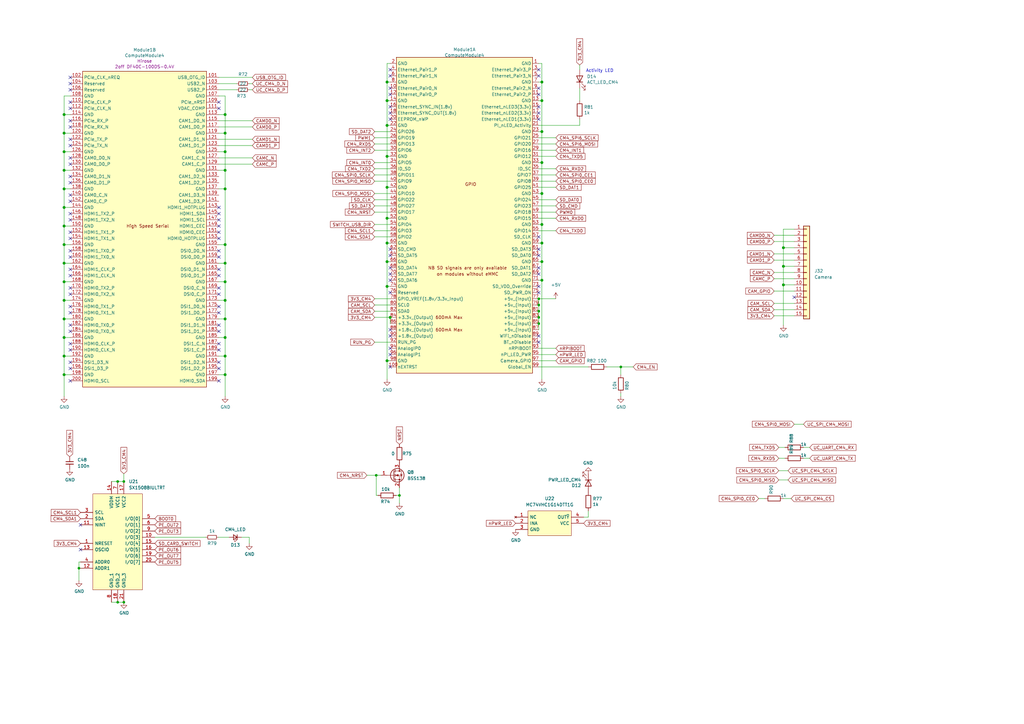
<source format=kicad_sch>
(kicad_sch (version 20211123) (generator eeschema)
  (paper "A3")
  (junction (at 92.329 130.81) (diameter 1.016))
  (junction (at 26.289 77.47) (diameter 1.016))
  (junction (at 158.75 64.135) (diameter 1.016))
  (junction (at 222.25 41.275) (diameter 1.016))
  (junction (at 158.75 51.435) (diameter 1.016))
  (junction (at 26.289 138.43) (diameter 1.016))
  (junction (at 158.75 117.475) (diameter 1.016))
  (junction (at 92.329 100.33) (diameter 1.016))
  (junction (at 321.31 116.84) (diameter 1.016))
  (junction (at 26.289 130.81) (diameter 1.016))
  (junction (at 220.98 130.175))
  (junction (at 222.25 79.375) (diameter 1.016))
  (junction (at 92.329 46.99) (diameter 1.016))
  (junction (at 26.289 69.85) (diameter 1.016))
  (junction (at 222.25 53.975) (diameter 1.016))
  (junction (at 48.26 247.015))
  (junction (at 26.289 46.99) (diameter 1.016))
  (junction (at 222.25 99.695) (diameter 1.016))
  (junction (at 158.75 41.275) (diameter 1.016))
  (junction (at 92.329 138.43) (diameter 1.016))
  (junction (at 26.289 85.09) (diameter 1.016))
  (junction (at 26.289 62.23) (diameter 1.016))
  (junction (at 222.25 33.655) (diameter 1.016))
  (junction (at 321.31 101.6) (diameter 1.016))
  (junction (at 220.98 127.635))
  (junction (at 32.385 233.045))
  (junction (at 26.289 123.19) (diameter 1.016))
  (junction (at 254.635 150.495))
  (junction (at 222.25 66.675) (diameter 1.016))
  (junction (at 92.329 69.85) (diameter 1.016))
  (junction (at 158.75 33.655) (diameter 1.016))
  (junction (at 158.75 76.835) (diameter 1.016))
  (junction (at 26.289 54.61) (diameter 1.016))
  (junction (at 92.329 115.57) (diameter 1.016))
  (junction (at 321.31 109.22) (diameter 1.016))
  (junction (at 158.75 147.955) (diameter 1.016))
  (junction (at 26.289 92.71) (diameter 1.016))
  (junction (at 220.98 122.555))
  (junction (at 158.75 99.695) (diameter 1.016))
  (junction (at 26.289 115.57) (diameter 1.016))
  (junction (at 92.329 153.67) (diameter 1.016))
  (junction (at 160.02 130.175) (diameter 1.016))
  (junction (at 222.25 92.075) (diameter 1.016))
  (junction (at 92.329 107.95) (diameter 1.016))
  (junction (at 26.289 107.95) (diameter 1.016))
  (junction (at 220.98 132.715))
  (junction (at 48.26 197.485))
  (junction (at 92.329 146.05) (diameter 1.016))
  (junction (at 92.329 54.61) (diameter 1.016))
  (junction (at 26.289 153.67) (diameter 1.016))
  (junction (at 50.8 197.485))
  (junction (at 158.75 89.535) (diameter 1.016))
  (junction (at 222.25 107.315) (diameter 1.016))
  (junction (at 154.305 194.945))
  (junction (at 220.98 125.095))
  (junction (at 158.75 107.315) (diameter 1.016))
  (junction (at 92.329 123.19) (diameter 1.016))
  (junction (at 92.329 77.47) (diameter 1.016))
  (junction (at 50.8 247.015))
  (junction (at 26.289 100.33) (diameter 1.016))
  (junction (at 26.289 146.05) (diameter 1.016))
  (junction (at 163.83 203.2))
  (junction (at 222.25 114.935) (diameter 1.016))
  (junction (at 92.329 62.23) (diameter 1.016))
  (no_connect (at 89.789 105.41))
  (no_connect (at 89.789 120.65))
  (no_connect (at 160.02 48.895))
  (no_connect (at 28.829 105.41))
  (no_connect (at 28.829 72.39))
  (no_connect (at 28.829 110.49))
  (no_connect (at 28.829 67.31))
  (no_connect (at 33.02 225.425))
  (no_connect (at 89.789 110.49))
  (no_connect (at 89.789 151.13))
  (no_connect (at 220.98 31.115))
  (no_connect (at 28.829 36.83))
  (no_connect (at 28.829 41.91))
  (no_connect (at 33.02 215.265))
  (no_connect (at 28.829 87.63))
  (no_connect (at 160.02 135.255))
  (no_connect (at 28.829 80.01))
  (no_connect (at 28.829 31.75))
  (no_connect (at 28.829 90.17))
  (no_connect (at 89.789 128.27))
  (no_connect (at 220.98 104.775))
  (no_connect (at 28.829 128.27))
  (no_connect (at 220.98 36.195))
  (no_connect (at 89.789 148.59))
  (no_connect (at 160.02 137.795))
  (no_connect (at 89.789 133.35))
  (no_connect (at 28.829 102.87))
  (no_connect (at 28.829 118.11))
  (no_connect (at 28.829 133.35))
  (no_connect (at 89.789 97.79))
  (no_connect (at 325.755 121.92))
  (no_connect (at 220.98 140.335))
  (no_connect (at 220.98 109.855))
  (no_connect (at 28.829 52.07))
  (no_connect (at 28.829 57.15))
  (no_connect (at 220.98 48.895))
  (no_connect (at 28.829 113.03))
  (no_connect (at 160.02 142.875))
  (no_connect (at 160.02 145.415))
  (no_connect (at 160.02 102.235))
  (no_connect (at 28.829 120.65))
  (no_connect (at 28.829 148.59))
  (no_connect (at 160.02 112.395))
  (no_connect (at 220.98 43.815))
  (no_connect (at 89.789 92.71))
  (no_connect (at 28.829 97.79))
  (no_connect (at 28.829 143.51))
  (no_connect (at 28.829 74.93))
  (no_connect (at 160.02 43.815))
  (no_connect (at 220.98 120.015))
  (no_connect (at 160.02 38.735))
  (no_connect (at 28.829 44.45))
  (no_connect (at 28.829 140.97))
  (no_connect (at 89.789 95.25))
  (no_connect (at 28.829 49.53))
  (no_connect (at 220.98 28.575))
  (no_connect (at 220.98 112.395))
  (no_connect (at 89.789 41.91))
  (no_connect (at 89.789 143.51))
  (no_connect (at 220.98 46.355))
  (no_connect (at 28.829 34.29))
  (no_connect (at 28.829 156.21))
  (no_connect (at 89.789 118.11))
  (no_connect (at 160.02 36.195))
  (no_connect (at 89.789 85.09))
  (no_connect (at 89.789 90.17))
  (no_connect (at 89.789 125.73))
  (no_connect (at 28.829 64.77))
  (no_connect (at 89.789 156.21))
  (no_connect (at 28.829 59.69))
  (no_connect (at 160.02 114.935))
  (no_connect (at 28.829 125.73))
  (no_connect (at 220.98 38.735))
  (no_connect (at 160.02 28.575))
  (no_connect (at 89.789 87.63))
  (no_connect (at 89.789 44.45))
  (no_connect (at 28.829 95.25))
  (no_connect (at 28.829 151.13))
  (no_connect (at 160.02 104.775))
  (no_connect (at 220.98 102.235))
  (no_connect (at 160.02 150.495))
  (no_connect (at 220.98 97.155))
  (no_connect (at 160.02 109.855))
  (no_connect (at 89.789 102.87))
  (no_connect (at 160.02 120.015))
  (no_connect (at 160.02 46.355))
  (no_connect (at 220.98 117.475))
  (no_connect (at 89.789 140.97))
  (no_connect (at 160.02 31.115))
  (no_connect (at 28.829 82.55))
  (no_connect (at 89.789 113.03))
  (no_connect (at 28.829 135.89))
  (no_connect (at 220.98 137.795))
  (no_connect (at 89.789 135.89))
  (wire (pts (xy 220.98 61.595) (xy 227.965 61.595)))
  (wire (pts (xy 220.98 125.095) (xy 220.98 127.635)))
  (wire (pts (xy 158.75 99.695) (xy 160.02 99.695)))
  (wire (pts (xy 153.67 86.995) (xy 160.02 86.995)))
  (wire (pts (xy 28.829 39.37) (xy 26.289 39.37)))
  (wire (pts (xy 92.329 77.47) (xy 92.329 69.85)))
  (wire (pts (xy 89.789 46.99) (xy 92.329 46.99)))
  (wire (pts (xy 222.25 114.935) (xy 222.25 155.575)))
  (wire (pts (xy 153.67 79.375) (xy 160.02 79.375)))
  (wire (pts (xy 317.5 106.68) (xy 325.755 106.68)))
  (wire (pts (xy 92.329 54.61) (xy 92.329 46.99)))
  (wire (pts (xy 220.98 56.515) (xy 227.965 56.515)))
  (wire (pts (xy 220.98 69.215) (xy 227.965 69.215)))
  (wire (pts (xy 319.405 193.04) (xy 323.215 193.04)))
  (wire (pts (xy 92.329 130.81) (xy 92.329 138.43)))
  (wire (pts (xy 153.67 130.175) (xy 160.02 130.175)))
  (wire (pts (xy 321.31 116.84) (xy 321.31 133.35)))
  (wire (pts (xy 248.92 150.495) (xy 254.635 150.495)))
  (wire (pts (xy 317.5 127) (xy 325.755 127)))
  (wire (pts (xy 89.789 54.61) (xy 92.329 54.61)))
  (wire (pts (xy 158.75 51.435) (xy 160.02 51.435)))
  (wire (pts (xy 163.83 200.025) (xy 163.83 203.2)))
  (wire (pts (xy 220.98 66.675) (xy 222.25 66.675)))
  (wire (pts (xy 92.329 77.47) (xy 92.329 100.33)))
  (wire (pts (xy 153.67 61.595) (xy 160.02 61.595)))
  (wire (pts (xy 26.289 138.43) (xy 26.289 146.05)))
  (wire (pts (xy 241.3 209.55) (xy 241.3 212.09)))
  (wire (pts (xy 26.289 138.43) (xy 28.829 138.43)))
  (wire (pts (xy 220.98 33.655) (xy 222.25 33.655)))
  (wire (pts (xy 220.98 59.055) (xy 227.965 59.055)))
  (wire (pts (xy 102.235 220.345) (xy 99.06 220.345)))
  (wire (pts (xy 89.789 146.05) (xy 92.329 146.05)))
  (wire (pts (xy 317.5 124.46) (xy 325.755 124.46)))
  (wire (pts (xy 89.789 62.23) (xy 92.329 62.23)))
  (wire (pts (xy 158.75 26.035) (xy 158.75 33.655)))
  (wire (pts (xy 26.289 54.61) (xy 28.829 54.61)))
  (wire (pts (xy 50.8 194.31) (xy 50.8 197.485)))
  (wire (pts (xy 153.67 84.455) (xy 160.02 84.455)))
  (wire (pts (xy 158.75 117.475) (xy 160.02 117.475)))
  (wire (pts (xy 103.505 49.53) (xy 89.789 49.53)))
  (wire (pts (xy 32.385 233.045) (xy 33.02 233.045)))
  (wire (pts (xy 153.67 122.555) (xy 160.02 122.555)))
  (wire (pts (xy 153.67 74.295) (xy 160.02 74.295)))
  (wire (pts (xy 158.75 107.315) (xy 158.75 117.475)))
  (wire (pts (xy 222.25 79.375) (xy 222.25 92.075)))
  (wire (pts (xy 26.289 130.81) (xy 28.829 130.81)))
  (wire (pts (xy 158.75 64.135) (xy 158.75 76.835)))
  (wire (pts (xy 26.289 107.95) (xy 28.829 107.95)))
  (wire (pts (xy 321.31 101.6) (xy 325.755 101.6)))
  (wire (pts (xy 317.5 99.06) (xy 325.755 99.06)))
  (wire (pts (xy 222.25 66.675) (xy 222.25 79.375)))
  (wire (pts (xy 26.289 153.67) (xy 26.289 162.56)))
  (wire (pts (xy 220.98 150.495) (xy 241.3 150.495)))
  (wire (pts (xy 92.329 69.85) (xy 92.329 62.23)))
  (wire (pts (xy 321.31 204.47) (xy 324.485 204.47)))
  (wire (pts (xy 325.755 173.99) (xy 329.565 173.99)))
  (wire (pts (xy 317.5 129.54) (xy 325.755 129.54)))
  (wire (pts (xy 26.289 123.19) (xy 28.829 123.19)))
  (wire (pts (xy 222.25 26.035) (xy 222.25 33.655)))
  (wire (pts (xy 153.67 59.055) (xy 160.02 59.055)))
  (wire (pts (xy 319.405 183.515) (xy 321.945 183.515)))
  (wire (pts (xy 220.98 145.415) (xy 227.965 145.415)))
  (wire (pts (xy 26.289 115.57) (xy 28.829 115.57)))
  (wire (pts (xy 158.75 147.955) (xy 158.75 155.575)))
  (wire (pts (xy 153.67 53.975) (xy 160.02 53.975)))
  (wire (pts (xy 103.505 34.29) (xy 102.235 34.29)))
  (wire (pts (xy 158.75 41.275) (xy 158.75 51.435)))
  (wire (pts (xy 26.289 100.33) (xy 26.289 107.95)))
  (wire (pts (xy 220.98 86.995) (xy 227.965 86.995)))
  (wire (pts (xy 220.98 114.935) (xy 222.25 114.935)))
  (wire (pts (xy 89.789 115.57) (xy 92.329 115.57)))
  (wire (pts (xy 254.635 161.29) (xy 254.635 162.56)))
  (wire (pts (xy 48.26 197.485) (xy 50.8 197.485)))
  (wire (pts (xy 153.67 94.615) (xy 160.02 94.615)))
  (wire (pts (xy 220.98 76.835) (xy 227.965 76.835)))
  (wire (pts (xy 158.75 76.835) (xy 160.02 76.835)))
  (wire (pts (xy 32.385 230.505) (xy 32.385 233.045)))
  (wire (pts (xy 103.505 36.83) (xy 102.235 36.83)))
  (wire (pts (xy 92.329 107.95) (xy 92.329 115.57)))
  (wire (pts (xy 222.25 33.655) (xy 222.25 41.275)))
  (wire (pts (xy 89.789 69.85) (xy 92.329 69.85)))
  (wire (pts (xy 153.67 71.755) (xy 160.02 71.755)))
  (wire (pts (xy 153.67 56.515) (xy 160.02 56.515)))
  (wire (pts (xy 153.67 92.075) (xy 160.02 92.075)))
  (wire (pts (xy 154.305 194.945) (xy 156.21 194.945)))
  (wire (pts (xy 220.98 26.035) (xy 222.25 26.035)))
  (wire (pts (xy 237.744 26.67) (xy 237.744 28.575)))
  (wire (pts (xy 222.25 92.075) (xy 222.25 99.695)))
  (wire (pts (xy 160.02 33.655) (xy 158.75 33.655)))
  (wire (pts (xy 158.75 117.475) (xy 158.75 147.955)))
  (wire (pts (xy 28.829 153.67) (xy 26.289 153.67)))
  (wire (pts (xy 89.789 100.33) (xy 92.329 100.33)))
  (wire (pts (xy 220.98 81.915) (xy 227.965 81.915)))
  (wire (pts (xy 220.98 147.955) (xy 227.965 147.955)))
  (wire (pts (xy 158.75 107.315) (xy 160.02 107.315)))
  (wire (pts (xy 153.67 66.675) (xy 160.02 66.675)))
  (wire (pts (xy 160.02 147.955) (xy 158.75 147.955)))
  (wire (pts (xy 26.289 123.19) (xy 26.289 130.81)))
  (wire (pts (xy 321.31 101.6) (xy 321.31 109.22)))
  (wire (pts (xy 160.02 26.035) (xy 158.75 26.035)))
  (wire (pts (xy 92.329 146.05) (xy 92.329 153.67)))
  (wire (pts (xy 321.31 93.98) (xy 321.31 101.6)))
  (wire (pts (xy 158.75 51.435) (xy 158.75 64.135)))
  (wire (pts (xy 26.289 69.85) (xy 28.829 69.85)))
  (wire (pts (xy 158.75 99.695) (xy 158.75 107.315)))
  (wire (pts (xy 222.25 99.695) (xy 222.25 107.315)))
  (wire (pts (xy 89.789 123.19) (xy 92.329 123.19)))
  (wire (pts (xy 26.289 77.47) (xy 26.289 85.09)))
  (wire (pts (xy 26.289 46.99) (xy 28.829 46.99)))
  (wire (pts (xy 153.67 69.215) (xy 160.02 69.215)))
  (wire (pts (xy 89.789 107.95) (xy 92.329 107.95)))
  (wire (pts (xy 45.72 247.015) (xy 48.26 247.015)))
  (wire (pts (xy 329.565 183.515) (xy 332.105 183.515)))
  (wire (pts (xy 220.98 94.615) (xy 227.965 94.615)))
  (wire (pts (xy 26.289 115.57) (xy 26.289 123.19)))
  (wire (pts (xy 26.289 107.95) (xy 26.289 115.57)))
  (wire (pts (xy 92.329 115.57) (xy 92.329 123.19)))
  (wire (pts (xy 32.385 238.125) (xy 32.385 233.045)))
  (wire (pts (xy 103.505 57.15) (xy 89.789 57.15)))
  (wire (pts (xy 162.56 203.2) (xy 163.83 203.2)))
  (wire (pts (xy 26.289 77.47) (xy 28.829 77.47)))
  (wire (pts (xy 89.535 220.345) (xy 93.98 220.345)))
  (wire (pts (xy 317.5 111.76) (xy 325.755 111.76)))
  (wire (pts (xy 158.75 64.135) (xy 160.02 64.135)))
  (wire (pts (xy 220.98 74.295) (xy 227.965 74.295)))
  (wire (pts (xy 92.329 153.67) (xy 92.329 162.56)))
  (wire (pts (xy 26.289 100.33) (xy 28.829 100.33)))
  (wire (pts (xy 241.3 212.09) (xy 239.395 212.09)))
  (wire (pts (xy 92.329 100.33) (xy 92.329 107.95)))
  (wire (pts (xy 222.25 107.315) (xy 222.25 114.935)))
  (wire (pts (xy 163.83 203.2) (xy 163.83 206.375)))
  (wire (pts (xy 89.789 67.31) (xy 103.505 67.31)))
  (wire (pts (xy 92.329 123.19) (xy 92.329 130.81)))
  (wire (pts (xy 89.789 130.81) (xy 92.329 130.81)))
  (wire (pts (xy 311.15 204.47) (xy 313.69 204.47)))
  (wire (pts (xy 26.289 85.09) (xy 26.289 92.71)))
  (wire (pts (xy 220.98 127.635) (xy 220.98 130.175)))
  (wire (pts (xy 103.505 31.75) (xy 89.789 31.75)))
  (wire (pts (xy 26.289 46.99) (xy 26.289 54.61)))
  (wire (pts (xy 26.289 62.23) (xy 28.829 62.23)))
  (wire (pts (xy 89.789 36.83) (xy 97.155 36.83)))
  (wire (pts (xy 103.505 59.69) (xy 89.789 59.69)))
  (wire (pts (xy 254.635 150.495) (xy 259.715 150.495)))
  (wire (pts (xy 332.105 187.96) (xy 329.565 187.96)))
  (wire (pts (xy 153.67 140.335) (xy 160.02 140.335)))
  (wire (pts (xy 28.829 146.05) (xy 26.289 146.05)))
  (wire (pts (xy 26.289 130.81) (xy 26.289 138.43)))
  (wire (pts (xy 222.25 41.275) (xy 222.25 53.975)))
  (wire (pts (xy 26.289 146.05) (xy 26.289 153.67)))
  (wire (pts (xy 89.789 138.43) (xy 92.329 138.43)))
  (wire (pts (xy 48.26 247.015) (xy 50.8 247.015)))
  (wire (pts (xy 227.965 122.555) (xy 220.98 122.555)))
  (wire (pts (xy 220.98 53.975) (xy 222.25 53.975)))
  (wire (pts (xy 317.5 114.3) (xy 325.755 114.3)))
  (wire (pts (xy 254.635 150.495) (xy 254.635 153.67)))
  (wire (pts (xy 153.67 97.155) (xy 160.02 97.155)))
  (wire (pts (xy 158.75 89.535) (xy 160.02 89.535)))
  (wire (pts (xy 220.98 84.455) (xy 227.965 84.455)))
  (wire (pts (xy 220.98 41.275) (xy 222.25 41.275)))
  (wire (pts (xy 92.329 46.99) (xy 92.329 39.37)))
  (wire (pts (xy 32.385 230.505) (xy 33.02 230.505)))
  (wire (pts (xy 321.31 109.22) (xy 321.31 116.84)))
  (wire (pts (xy 26.289 85.09) (xy 28.829 85.09)))
  (wire (pts (xy 103.505 52.07) (xy 89.789 52.07)))
  (wire (pts (xy 317.5 119.38) (xy 325.755 119.38)))
  (wire (pts (xy 220.98 122.555) (xy 220.98 125.095)))
  (wire (pts (xy 321.31 116.84) (xy 325.755 116.84)))
  (wire (pts (xy 89.789 153.67) (xy 92.329 153.67)))
  (wire (pts (xy 317.5 96.52) (xy 325.755 96.52)))
  (wire (pts (xy 92.329 138.43) (xy 92.329 146.05)))
  (wire (pts (xy 220.98 71.755) (xy 227.965 71.755)))
  (wire (pts (xy 237.744 36.195) (xy 237.744 41.275)))
  (wire (pts (xy 220.98 99.695) (xy 222.25 99.695)))
  (wire (pts (xy 160.02 132.715) (xy 160.02 130.175)))
  (wire (pts (xy 89.789 34.29) (xy 97.155 34.29)))
  (wire (pts (xy 160.02 41.275) (xy 158.75 41.275)))
  (wire (pts (xy 89.789 64.77) (xy 103.505 64.77)))
  (wire (pts (xy 220.98 92.075) (xy 222.25 92.075)))
  (wire (pts (xy 45.72 197.485) (xy 48.26 197.485)))
  (wire (pts (xy 153.67 125.095) (xy 160.02 125.095)))
  (wire (pts (xy 26.289 62.23) (xy 26.289 69.85)))
  (wire (pts (xy 26.289 54.61) (xy 26.289 62.23)))
  (wire (pts (xy 153.67 81.915) (xy 160.02 81.915)))
  (wire (pts (xy 102.235 222.885) (xy 102.235 220.345)))
  (wire (pts (xy 63.5 220.345) (xy 84.455 220.345)))
  (wire (pts (xy 220.98 79.375) (xy 222.25 79.375)))
  (wire (pts (xy 317.5 104.14) (xy 325.755 104.14)))
  (wire (pts (xy 154.305 203.2) (xy 154.94 203.2)))
  (wire (pts (xy 220.98 130.175) (xy 220.98 132.715)))
  (wire (pts (xy 89.789 77.47) (xy 92.329 77.47)))
  (wire (pts (xy 321.945 187.96) (xy 319.405 187.96)))
  (wire (pts (xy 158.75 89.535) (xy 158.75 99.695)))
  (wire (pts (xy 158.75 33.655) (xy 158.75 41.275)))
  (wire (pts (xy 26.289 92.71) (xy 26.289 100.33)))
  (wire (pts (xy 325.755 93.98) (xy 321.31 93.98)))
  (wire (pts (xy 222.25 53.975) (xy 222.25 66.675)))
  (wire (pts (xy 150.495 194.945) (xy 154.305 194.945)))
  (wire (pts (xy 220.98 64.135) (xy 227.965 64.135)))
  (wire (pts (xy 220.98 107.315) (xy 222.25 107.315)))
  (wire (pts (xy 92.329 62.23) (xy 92.329 54.61)))
  (wire (pts (xy 26.289 92.71) (xy 28.829 92.71)))
  (wire (pts (xy 220.98 51.435) (xy 237.744 51.435)))
  (wire (pts (xy 92.329 39.37) (xy 89.789 39.37)))
  (wire (pts (xy 220.98 89.535) (xy 227.965 89.535)))
  (wire (pts (xy 321.31 109.22) (xy 325.755 109.22)))
  (wire (pts (xy 220.98 132.715) (xy 220.98 135.255)))
  (wire (pts (xy 26.289 39.37) (xy 26.289 46.99)))
  (wire (pts (xy 158.75 76.835) (xy 158.75 89.535)))
  (wire (pts (xy 237.744 51.435) (xy 237.744 48.895)))
  (wire (pts (xy 26.289 69.85) (xy 26.289 77.47)))
  (wire (pts (xy 220.98 142.875) (xy 227.965 142.875)))
  (wire (pts (xy 319.405 196.85) (xy 323.215 196.85)))
  (wire (pts (xy 153.67 127.635) (xy 160.02 127.635)))
  (wire (pts (xy 154.305 194.945) (xy 154.305 203.2)))
  (text "Activity LED" (at 240.284 29.845 0) (effects (font (size 1.27 1.27)) (justify left bottom)))
  (global_label "3V3_CM4" (shape input) (at 153.67 130.175 180) (property "Intersheet References" "${INTERSHEET_REFS}" (effects hide)))
  (global_label "PE_OUT7" (shape input) (at 63.5 227.965 0) (property "Intersheet References" "${INTERSHEET_REFS}" (effects hide)))
  (global_label "SD_CMD" (shape input) (at 227.965 84.455 0) (property "Intersheet References" "${INTERSHEET_REFS}" (effects hide)))
  (global_label "CM4_RXD0" (shape input) (at 227.965 89.535 0) (property "Intersheet References" "${INTERSHEET_REFS}" (effects hide)))
  (global_label "PE_OUT2" (shape input) (at 63.5 215.265 0) (property "Intersheet References" "${INTERSHEET_REFS}" (effects hide)))
  (global_label "UC_SPI_CM4_SCLK" (shape input) (at 323.215 193.04 0) (property "Intersheet References" "${INTERSHEET_REFS}" (effects hide)))
  (global_label "SD_DAT3" (shape input) (at 153.67 84.455 180) (property "Intersheet References" "${INTERSHEET_REFS}" (effects hide)))
  (global_label "CAM_SDA" (shape input) (at 317.5 127 180) (property "Intersheet References" "${INTERSHEET_REFS}" (effects hide)))
  (global_label "CAMD0_N" (shape input) (at 103.505 49.53 0) (property "Intersheet References" "${INTERSHEET_REFS}" (effects hide)))
  (global_label "SD_CLK" (shape input) (at 153.67 81.915 180) (property "Intersheet References" "${INTERSHEET_REFS}" (effects hide)))
  (global_label "CM4_SDA1" (shape input) (at 33.02 212.725 180) (property "Intersheet References" "${INTERSHEET_REFS}" (effects hide)))
  (global_label "CM4_INT0" (shape input) (at 153.67 66.675 180) (property "Intersheet References" "${INTERSHEET_REFS}" (effects hide)))
  (global_label "PE_OUT6" (shape input) (at 63.5 225.425 0) (property "Intersheet References" "${INTERSHEET_REFS}" (effects hide)))
  (global_label "CAM_GPIO" (shape input) (at 227.965 147.955 0) (property "Intersheet References" "${INTERSHEET_REFS}" (effects hide)))
  (global_label "CM4_INT2" (shape input) (at 153.67 61.595 180) (property "Intersheet References" "${INTERSHEET_REFS}" (effects hide)))
  (global_label "CM4_TXD5" (shape input) (at 227.965 64.135 0) (property "Intersheet References" "${INTERSHEET_REFS}" (effects hide)))
  (global_label "CM4_TXD0" (shape input) (at 227.965 94.615 0) (property "Intersheet References" "${INTERSHEET_REFS}" (effects hide)))
  (global_label "CM4_SPI0_MISO" (shape input) (at 153.67 74.295 180) (property "Intersheet References" "${INTERSHEET_REFS}" (effects hide)))
  (global_label "SD_CARD_SWITCH" (shape input) (at 63.5 222.885 0) (property "Intersheet References" "${INTERSHEET_REFS}" (effects hide)))
  (global_label "CAMD1_P" (shape input) (at 317.5 106.68 180) (property "Intersheet References" "${INTERSHEET_REFS}" (effects hide)))
  (global_label "nRPIBOOT" (shape input) (at 227.965 142.875 0) (property "Intersheet References" "${INTERSHEET_REFS}" (effects hide)))
  (global_label "RUN_PG" (shape input) (at 153.67 140.335 180) (property "Intersheet References" "${INTERSHEET_REFS}" (effects hide)))
  (global_label "CAMC_P" (shape input) (at 317.5 114.3 180) (property "Intersheet References" "${INTERSHEET_REFS}" (effects hide)))
  (global_label "CM4_RXD2" (shape input) (at 227.965 69.215 0) (property "Intersheet References" "${INTERSHEET_REFS}" (effects hide)))
  (global_label "CM4_SPI0_SCLK" (shape input) (at 153.67 71.755 180) (property "Intersheet References" "${INTERSHEET_REFS}" (effects hide)))
  (global_label "UC_SPI_CM4_MISO" (shape input) (at 323.215 196.85 0) (property "Intersheet References" "${INTERSHEET_REFS}" (effects hide)))
  (global_label "CM4_NRST" (shape input) (at 150.495 194.945 180) (property "Intersheet References" "${INTERSHEET_REFS}" (effects hide)))
  (global_label "SD_DAT1" (shape input) (at 227.965 76.835 0) (property "Intersheet References" "${INTERSHEET_REFS}" (effects hide)))
  (global_label "CM4_RXD5" (shape input) (at 319.405 187.96 180) (property "Intersheet References" "${INTERSHEET_REFS}" (effects hide)))
  (global_label "CAMD0_P" (shape input) (at 317.5 99.06 180) (property "Intersheet References" "${INTERSHEET_REFS}" (effects hide)))
  (global_label "CM4_TXD5" (shape input) (at 319.405 183.515 180) (property "Intersheet References" "${INTERSHEET_REFS}" (effects hide)))
  (global_label "CAM_GPIO" (shape input) (at 317.5 119.38 180) (property "Intersheet References" "${INTERSHEET_REFS}" (effects hide)))
  (global_label "BOOT0" (shape input) (at 63.5 212.725 0) (property "Intersheet References" "${INTERSHEET_REFS}" (effects hide)))
  (global_label "CM4_SCL1" (shape input) (at 153.67 94.615 180) (property "Intersheet References" "${INTERSHEET_REFS}" (effects hide)))
  (global_label "UC_CM4_D_P" (shape input) (at 103.505 36.83 0) (property "Intersheet References" "${INTERSHEET_REFS}" (effects hide)))
  (global_label "CM4_SPI0_MOSI" (shape input) (at 325.755 173.99 180) (property "Intersheet References" "${INTERSHEET_REFS}" (effects hide)))
  (global_label "CAMD1_P" (shape input) (at 103.505 59.69 0) (property "Intersheet References" "${INTERSHEET_REFS}" (effects hide)))
  (global_label "CM4_SPI6_SCLK" (shape input) (at 227.965 56.515 0) (property "Intersheet References" "${INTERSHEET_REFS}" (effects hide)))
  (global_label "PWM0" (shape input) (at 227.965 86.995 0) (property "Intersheet References" "${INTERSHEET_REFS}" (effects hide)))
  (global_label "CAM_SCL" (shape input) (at 317.5 124.46 180) (property "Intersheet References" "${INTERSHEET_REFS}" (effects hide)))
  (global_label "CM4_SDA1" (shape input) (at 153.67 97.155 180) (property "Intersheet References" "${INTERSHEET_REFS}" (effects hide)))
  (global_label "PE_OUT5" (shape input) (at 63.5 230.505 0) (property "Intersheet References" "${INTERSHEET_REFS}" (effects hide)))
  (global_label "CM4_SPI0_MOSI" (shape input) (at 153.67 79.375 180) (property "Intersheet References" "${INTERSHEET_REFS}" (effects hide)))
  (global_label "CM4_SPI0_CE1" (shape input) (at 227.965 71.755 0) (property "Intersheet References" "${INTERSHEET_REFS}" (effects hide)))
  (global_label "USB_OTG_ID" (shape input) (at 103.505 31.75 0) (property "Intersheet References" "${INTERSHEET_REFS}" (effects hide)))
  (global_label "CM4_NRST" (shape input) (at 153.67 86.995 180) (property "Intersheet References" "${INTERSHEET_REFS}" (effects hide)))
  (global_label "CM4_RXD5" (shape input) (at 153.67 59.055 180) (property "Intersheet References" "${INTERSHEET_REFS}" (effects hide)))
  (global_label "PWM1" (shape input) (at 153.67 56.515 180) (property "Intersheet References" "${INTERSHEET_REFS}" (effects hide)))
  (global_label "CM4_EN" (shape input) (at 259.715 150.495 0) (property "Intersheet References" "${INTERSHEET_REFS}" (effects hide)))
  (global_label "UC_SPI_CM4_MOSI" (shape input) (at 329.565 173.99 0) (property "Intersheet References" "${INTERSHEET_REFS}" (effects hide)))
  (global_label "3V3_CM4" (shape input) (at 28.575 187.325 90) (property "Intersheet References" "${INTERSHEET_REFS}" (effects hide)))
  (global_label "CM4_SPI0_CE0" (shape input) (at 227.965 74.295 0) (property "Intersheet References" "${INTERSHEET_REFS}" (effects hide)))
  (global_label "CAMC_N" (shape input) (at 317.5 111.76 180) (property "Intersheet References" "${INTERSHEET_REFS}" (effects hide)))
  (global_label "CM4_SPI0_MISO" (shape input) (at 319.405 196.85 180) (property "Intersheet References" "${INTERSHEET_REFS}" (effects hide)))
  (global_label "nPWR_LED" (shape input) (at 211.455 214.63 180) (property "Intersheet References" "${INTERSHEET_REFS}" (effects hide)))
  (global_label "nPWR_LED" (shape input) (at 227.965 145.415 0) (property "Intersheet References" "${INTERSHEET_REFS}" (effects hide)))
  (global_label "CM4_SPI0_CE0" (shape input) (at 311.15 204.47 180) (property "Intersheet References" "${INTERSHEET_REFS}" (effects hide)))
  (global_label "SD_DAT2" (shape input) (at 153.67 53.975 180) (property "Intersheet References" "${INTERSHEET_REFS}" (effects hide)))
  (global_label "CAMC_N" (shape input) (at 103.505 64.77 0) (property "Intersheet References" "${INTERSHEET_REFS}" (effects hide)))
  (global_label "3V3_CM4" (shape input) (at 237.744 26.67 90) (property "Intersheet References" "${INTERSHEET_REFS}" (effects hide)))
  (global_label "UC_SPI_CM4_CS" (shape input) (at 324.485 204.47 0) (property "Intersheet References" "${INTERSHEET_REFS}" (effects hide)))
  (global_label "CM4_SPI6_MOSI" (shape input) (at 227.965 59.055 0) (property "Intersheet References" "${INTERSHEET_REFS}" (effects hide)))
  (global_label "3V3_CM4" (shape input) (at 50.8 194.31 90) (property "Intersheet References" "${INTERSHEET_REFS}" (effects hide)))
  (global_label "PE_OUT3" (shape input) (at 63.5 217.805 0) (property "Intersheet References" "${INTERSHEET_REFS}" (effects hide)))
  (global_label "CAM_SDA" (shape input) (at 153.67 127.635 180) (property "Intersheet References" "${INTERSHEET_REFS}" (effects hide)))
  (global_label "3V3_CM4" (shape input) (at 317.5 129.54 180) (property "Intersheet References" "${INTERSHEET_REFS}" (effects hide)))
  (global_label "CM4_SCL1" (shape input) (at 33.02 210.185 180) (property "Intersheet References" "${INTERSHEET_REFS}" (effects hide)))
  (global_label "CAMD0_P" (shape input) (at 103.505 52.07 0) (property "Intersheet References" "${INTERSHEET_REFS}" (effects hide)))
  (global_label "CM4_SPI0_SCLK" (shape input) (at 319.405 193.04 180) (property "Intersheet References" "${INTERSHEET_REFS}" (effects hide)))
  (global_label "UC_UART_CM4_TX" (shape input) (at 332.105 187.96 0) (property "Intersheet References" "${INTERSHEET_REFS}" (effects hide)))
  (global_label "3V3_CM4" (shape input) (at 153.67 122.555 180) (property "Intersheet References" "${INTERSHEET_REFS}" (effects hide)))
  (global_label "CAMD0_N" (shape input) (at 317.5 96.52 180) (property "Intersheet References" "${INTERSHEET_REFS}" (effects hide)))
  (global_label "CAMC_P" (shape input) (at 103.505 67.31 0) (property "Intersheet References" "${INTERSHEET_REFS}" (effects hide)))
  (global_label "CM4_INT1" (shape input) (at 227.965 61.595 0) (property "Intersheet References" "${INTERSHEET_REFS}" (effects hide)))
  (global_label "UC_CM4_D_N" (shape input) (at 103.505 34.29 0) (property "Intersheet References" "${INTERSHEET_REFS}" (effects hide)))
  (global_label "SD_DAT0" (shape input) (at 227.965 81.915 0) (property "Intersheet References" "${INTERSHEET_REFS}" (effects hide)))
  (global_label "CAMD1_N" (shape input) (at 317.5 104.14 180) (property "Intersheet References" "${INTERSHEET_REFS}" (effects hide)))
  (global_label "SWITCH_USB_DIR" (shape input) (at 153.67 92.075 180) (property "Intersheet References" "${INTERSHEET_REFS}" (effects hide)))
  (global_label "3V3_CM4" (shape input) (at 33.02 222.885 180) (property "Intersheet References" "${INTERSHEET_REFS}" (effects hide)))
  (global_label "CAMD1_N" (shape input) (at 103.505 57.15 0) (property "Intersheet References" "${INTERSHEET_REFS}" (effects hide)))
  (global_label "NRST" (shape input) (at 163.83 182.245 90) (property "Intersheet References" "${INTERSHEET_REFS}" (effects hide)))
  (global_label "UC_UART_CM4_RX" (shape input) (at 332.105 183.515 0) (property "Intersheet References" "${INTERSHEET_REFS}" (effects hide)))
  (global_label "CAM_SCL" (shape input) (at 153.67 125.095 180) (property "Intersheet References" "${INTERSHEET_REFS}" (effects hide)))
  (global_label "3V3_CM4" (shape input) (at 239.395 214.63 0) (property "Intersheet References" "${INTERSHEET_REFS}" (effects hide)))
  (global_label "CM4_TXD2" (shape input) (at 153.67 69.215 180) (property "Intersheet References" "${INTERSHEET_REFS}" (effects hide)))
  (symbol (lib_id "power:GND") (at 50.8 247.015 0) (unit 1)
    (property "Reference" "#PWR0168" (effects hide))
    (property "Value" "GND" (at 50.927 251.4092 0))
  )
  (symbol (lib_id "Device:R") (at 163.83 186.055 180) (unit 1)
    (property "Reference" "R75" (at 168.91 186.055 0) (effects (justify left)))
    (property "Value" "0" (at 161.925 186.055 0) (effects (justify left)))
    (property "Footprint" "Resistor_SMD:R_0603_1608Metric" (effects hide))
    (property "Datasheet" "https://fscdn.rohm.com/en/products/databook/datasheet/passive/resistor/chip_resistor/mcr-e.pdf" (effects hide))
    (property "Field4" "Farnell" (effects hide))
    (property "Field5" "9239235" (effects hide))
    (property "Field7" "KOA EUROPE GMBH" (effects hide))
    (property "Field6" "RK73H1ETTP1001F" (effects hide))
    (property "Part Description" "Resistor 1K M1005 1% 63mW" (effects hide))
    (property "Field8" "125049511" (effects hide))
  )
  (symbol (lib_id "Device:LED") (at 241.3 198.12 270) (unit 1)
    (property "Reference" "D12" (at 238.3282 199.1106 90) (effects (justify right)))
    (property "Value" "PWR_LED_CM4" (at 238.3282 196.7992 90) (effects (justify right)))
    (property "Footprint" "LED_SMD:LED_0603_1608Metric" (effects hide))
    (property "Datasheet" "http://optoelectronics.liteon.com/upload/download/DS22-2000-210/LTST-S270KRKT.pdf" (effects hide))
    (property "Field4" "Digikey " (effects hide))
    (property "Field5" "	LTST-S270KRKT" (effects hide))
    (property "Field6" "SML-A12U8TT86Q" (effects hide))
    (property "Field7" "Rohm" (effects hide))
    (property "Field8" "650295101" (effects hide))
    (property "Part Description" "	Red 620nm LED Indication - Discrete 2.2V 2-SMD, No Lead" (effects hide))
  )
  (symbol (lib_id "Device:R") (at 237.744 45.085 0) (unit 1)
    (property "Reference" "R81" (at 239.522 43.9166 0) (effects (justify left)))
    (property "Value" "1k" (at 239.522 46.228 0) (effects (justify left)))
    (property "Footprint" "Resistor_SMD:R_0603_1608Metric" (effects hide))
    (property "Datasheet" "https://fscdn.rohm.com/en/products/databook/datasheet/passive/resistor/chip_resistor/mcr-e.pdf" (effects hide))
    (property "Field4" "Farnell" (effects hide))
    (property "Field5" "9239235" (effects hide))
    (property "Field7" "KOA EUROPE GMBH" (effects hide))
    (property "Field6" "RK73H1ETTP1001F" (effects hide))
    (property "Part Description" "Resistor 1K M1005 1% 63mW" (effects hide))
    (property "Field8" "125049511" (effects hide))
  )
  (symbol (lib_id "Connector_Generic:Conn_01x15") (at 330.835 111.76 0) (unit 1)
    (property "Reference" "J32" (at 334.01 111.1249 0) (effects (justify left)))
    (property "Value" "Camera" (at 334.01 113.6649 0) (effects (justify left)))
    (property "Footprint" "downloaded_parts:117342485" (effects hide))
  )
  (symbol (lib_id "power:GND") (at 92.329 162.56 0) (unit 1)
    (property "Reference" "#PWR0173" (effects hide))
    (property "Value" "GND" (at 92.456 166.9542 0))
  )
  (symbol (lib_id "downloaded_parts:MC74VHC1G14DTT1G") (at 211.455 212.09 0) (unit 1)
    (property "Reference" "U22" (at 225.425 204.47 0))
    (property "Value" "MC74VHC1G14DTT1G" (at 225.425 207.01 0))
    (property "Footprint" "downloaded_parts:SOT95P275X110-5N" (effects hide))
    (property "Datasheet" "http://www.onsemi.com/pub/Collateral/MC74VHC1G14-D.PDF" (effects hide))
    (property "Height" "1.1" (effects hide))
    (property "Mouser Part Number" "863-MC74VHC1G14DTT1G" (effects hide))
    (property "Mouser Price/Stock" "https://www.mouser.co.uk/ProductDetail/ON-Semiconductor/MC74VHC1G14DTT1G?qs=YOLdObVcOZkwAVViVe9vSg%3D%3D" (effects hide))
    (property "Manufacturer_Name" "ON Semiconductor" (effects hide))
    (property "Manufacturer_Part_Number" "MC74VHC1G14DTT1G" (effects hide))
  )
  (symbol (lib_name "LED_Small_1") (lib_id "Device:LED_Small") (at 96.52 220.345 180) (unit 1)
    (property "Reference" "D13" (at 96.52 223.52 0))
    (property "Value" "CM4_LED" (at 96.52 217.17 0))
    (property "Footprint" "LED_SMD:LED_0603_1608Metric" (effects hide))
  )
  (symbol (lib_id "Device:R") (at 325.755 187.96 90) (unit 1)
    (property "Reference" "R89" (at 324.5866 186.182 0) (effects (justify left)))
    (property "Value" "1k" (at 330.835 186.69 90) (effects (justify left)))
    (property "Footprint" "Resistor_SMD:R_0402_1005Metric" (effects hide))
    (property "Datasheet" "https://fscdn.rohm.com/en/products/databook/datasheet/passive/resistor/chip_resistor/mcr-e.pdf" (effects hide))
    (property "Field4" "Farnell" (effects hide))
    (property "Field5" "9239235" (effects hide))
    (property "Field7" "KOA EUROPE GMBH" (effects hide))
    (property "Field6" "RK73H1ETTP1001F" (effects hide))
    (property "Part Description" "Resistor 1K M1005 1% 63mW" (effects hide))
    (property "Field8" "125049511" (effects hide))
  )
  (symbol (lib_id "power:+5V") (at 227.965 122.555 0) (unit 1)
    (property "Reference" "#PWR0214" (effects hide))
    (property "Value" "+5V" (at 227.965 116.84 0))
  )
  (symbol (lib_id "Device:R_Small") (at 86.995 220.345 90) (unit 1)
    (property "Reference" "R79" (at 86.995 222.885 90))
    (property "Value" "1k" (at 86.995 217.805 90))
    (property "Footprint" "Resistor_SMD:R_0603_1608Metric" (effects hide))
  )
  (symbol (lib_id "Device:LED") (at 237.744 32.385 90) (unit 1)
    (property "Reference" "D14" (at 240.7158 31.3944 90) (effects (justify right)))
    (property "Value" "ACT_LED_CM4" (at 240.7158 33.7058 90) (effects (justify right)))
    (property "Footprint" "LED_SMD:LED_0603_1608Metric" (effects hide))
    (property "Datasheet" "http://optoelectronics.liteon.com/upload/download/DS22-2000-226/LTST-S270KGKT.pdf" (effects hide))
    (property "Field4" "Digikey " (effects hide))
    (property "Field5" "LTST-S270KGKT" (effects hide))
    (property "Field6" "SML-A12M8TT86N" (effects hide))
    (property "Field7" "Rohm" (effects hide))
    (property "Field8" "650263301" (effects hide))
    (property "Part Description" "	Green 572nm LED Indication - Discrete 2.2V 2-SMD, No Lead" (effects hide))
  )
  (symbol (lib_id "downloaded_parts:SX1508BIULTRT") (at 77.47 188.595 0) (unit 1)
    (property "Reference" "U21" (at 52.8194 197.485 0) (effects (justify left)))
    (property "Value" "SX1508BIULTRT" (at 52.8194 200.025 0) (effects (justify left)))
    (property "Footprint" "downloaded_parts:QFN40P300X300X60-21N" (effects hide))
    (property "Datasheet" "https://www.semtech.com/products/smart-sensing/io-expanders/sx1508b" (effects hide))
    (property "Description" "Lowest Voltage Level Shifting GPIO with LED Driver 20-Pin QFN-UT EP T/R" (effects hide))
    (property "Height" "0.6" (effects hide))
    (property "Mouser Part Number" "947-SX1508BIULTRT" (effects hide))
    (property "Mouser Price/Stock" "https://www.mouser.co.uk/ProductDetail/Semtech/SX1508BIULTRT?qs=rBWM4%252BvDhIe1wnlgK0kn%2FQ%3D%3D" (effects hide))
    (property "Manufacturer_Name" "SEMTECH" (effects hide))
    (property "Manufacturer_Part_Number" "SX1508BIULTRT" (effects hide))
  )
  (symbol (lib_id "power:GND") (at 28.575 192.405 0) (unit 1)
    (property "Reference" "#PWR0174" (effects hide))
    (property "Value" "GND" (at 28.702 196.7992 0))
  )
  (symbol (lib_id "power:GND") (at 163.83 206.375 0) (unit 1)
    (property "Reference" "#PWR0177" (effects hide))
    (property "Value" "GND" (at 163.957 210.7692 0))
  )
  (symbol (lib_id "Device:R_Small") (at 99.695 34.29 90) (unit 1)
    (property "Reference" "R72" (at 101.6 30.48 90) (effects (justify left)))
    (property "Value" "22" (at 100.965 34.29 90) (effects (justify left)))
    (property "Footprint" "Resistor_SMD:R_0603_1608Metric" (effects hide))
  )
  (symbol (lib_id "Device:R_Small") (at 99.695 36.83 90) (unit 1)
    (property "Reference" "R73" (at 100.965 39.37 90) (effects (justify left)))
    (property "Value" "22" (at 100.965 36.83 90) (effects (justify left)))
    (property "Footprint" "Resistor_SMD:R_0603_1608Metric" (effects hide))
  )
  (symbol (lib_id "power:GND") (at 254.635 162.56 0) (unit 1)
    (property "Reference" "#PWR0191" (effects hide))
    (property "Value" "GND" (at 254.762 166.9542 0))
  )
  (symbol (lib_id "power:GND") (at 102.235 222.885 0) (unit 1)
    (property "Reference" "#PWR0188" (effects hide))
    (property "Value" "GND" (at 102.362 227.2792 0))
  )
  (symbol (lib_id "Device:R") (at 254.635 157.48 180) (unit 1)
    (property "Reference" "R80" (at 257.175 156.21 90) (effects (justify left)))
    (property "Value" "10k" (at 252.095 156.21 90) (effects (justify left)))
    (property "Footprint" "Resistor_SMD:R_0603_1608Metric" (effects hide))
    (property "Datasheet" "https://fscdn.rohm.com/en/products/databook/datasheet/passive/resistor/chip_resistor/mcr-e.pdf" (effects hide))
    (property "Field4" "Farnell" (effects hide))
    (property "Field5" "9239235" (effects hide))
    (property "Field7" "KOA EUROPE GMBH" (effects hide))
    (property "Field6" "RK73H1ETTP1001F" (effects hide))
    (property "Part Description" "Resistor 1K M1005 1% 63mW" (effects hide))
    (property "Field8" "125049511" (effects hide))
  )
  (symbol (lib_id "power:GND") (at 211.455 217.17 0) (unit 1)
    (property "Reference" "#PWR0175" (effects hide))
    (property "Value" "GND" (at 211.582 221.5642 0))
  )
  (symbol (lib_id "CM4IO:ComputeModule4-CM4") (at 193.04 81.915 0) (unit 1)
    (property "Reference" "Module1" (at 190.5 20.32 0))
    (property "Value" "ComputeModule4" (at 190.5 22.6314 0))
    (property "Footprint" "CM4:Raspberry-Pi-4-Compute-Module" (effects hide))
    (property "Field4" "Hirose" (effects hide))
    (property "Field5" "2off DF40C-100DS-0.4V" (effects hide))
    (property "Field6" "2off DF40C-100DS-0.4V" (effects hide))
    (property "Field7" "Hirose" (effects hide))
    (property "Part Description" "	100 Position Connector Receptacle, Center Strip Contacts Surface Mount Gold" (effects hide))
  )
  (symbol (lib_id "Device:R") (at 241.3 205.74 0) (unit 1)
    (property "Reference" "R77" (at 243.078 204.5716 0) (effects (justify left)))
    (property "Value" "1k" (at 243.078 206.883 0) (effects (justify left)))
    (property "Footprint" "Resistor_SMD:R_0603_1608Metric" (effects hide))
    (property "Datasheet" "https://fscdn.rohm.com/en/products/databook/datasheet/passive/resistor/chip_resistor/mcr-e.pdf" (effects hide))
    (property "Field4" "Farnell" (effects hide))
    (property "Field5" "9239235" (effects hide))
    (property "Field7" "KOA EUROPE GMBH" (effects hide))
    (property "Field6" "RK73H1ETTP1001F" (effects hide))
    (property "Part Description" "Resistor 1K M1005 1% 63mW" (effects hide))
    (property "Field8" "125049511" (effects hide))
  )
  (symbol (lib_name "CM4IO:ComputeModule4-CM4_1") (lib_id "CM4IO:ComputeModule4-CM4") (at -80.391 92.71 0) (unit 2)
    (property "Reference" "Module1" (at 59.309 20.447 0))
    (property "Value" "ComputeModule4" (at 59.309 22.7584 0))
    (property "Footprint" "CM4:Raspberry-Pi-4-Compute-Module" (effects hide))
    (property "Field4" "Hirose" (at 59.309 25.0444 0))
    (property "Field5" "2off DF40C-100DS-0.4V" (at 59.309 27.3558 0))
    (property "Field6" "2off DF40C-100DS-0.4V" (effects hide))
    (property "Field7" "Hirose" (effects hide))
    (property "Part Description" "	100 Position Connector Receptacle, Center Strip Contacts Surface Mount Gold" (effects hide))
  )
  (symbol (lib_id "Device:C_Small") (at 28.575 189.865 0) (unit 1)
    (property "Reference" "C48" (at 31.75 188.6012 0) (effects (justify left)))
    (property "Value" "100n" (at 31.75 191.1412 0) (effects (justify left)))
    (property "Footprint" "Capacitor_SMD:C_0603_1608Metric" (effects hide))
  )
  (symbol (lib_id "power:GND") (at 158.75 155.575 0) (unit 1)
    (property "Reference" "#PWR0178" (effects hide))
    (property "Value" "GND" (at 158.877 159.9692 0))
  )
  (symbol (lib_id "power:GND") (at 321.31 133.35 0) (unit 1)
    (property "Reference" "#PWR0192" (effects hide))
    (property "Value" "GND" (at 321.437 137.7442 0))
  )
  (symbol (lib_id "Device:R") (at 325.755 183.515 90) (unit 1)
    (property "Reference" "R88" (at 324.5866 181.737 0) (effects (justify left)))
    (property "Value" "1k" (at 330.835 182.245 90) (effects (justify left)))
    (property "Footprint" "Resistor_SMD:R_0402_1005Metric" (effects hide))
    (property "Datasheet" "https://fscdn.rohm.com/en/products/databook/datasheet/passive/resistor/chip_resistor/mcr-e.pdf" (effects hide))
    (property "Field4" "Farnell" (effects hide))
    (property "Field5" "9239235" (effects hide))
    (property "Field7" "KOA EUROPE GMBH" (effects hide))
    (property "Field6" "RK73H1ETTP1001F" (effects hide))
    (property "Part Description" "Resistor 1K M1005 1% 63mW" (effects hide))
    (property "Field8" "125049511" (effects hide))
  )
  (symbol (lib_id "power:GND") (at 241.3 194.31 180) (unit 1)
    (property "Reference" "#PWR0180" (effects hide))
    (property "Value" "GND" (at 241.173 189.9158 0))
  )
  (symbol (lib_id "power:GND") (at 26.289 162.56 0) (unit 1)
    (property "Reference" "#PWR0161" (effects hide))
    (property "Value" "GND" (at 26.416 166.9542 0))
  )
  (symbol (lib_id "Device:R") (at 158.75 203.2 90) (unit 1)
    (property "Reference" "R74" (at 160.02 205.74 90) (effects (justify left)))
    (property "Value" "10k" (at 160.02 200.66 90) (effects (justify left)))
    (property "Footprint" "Resistor_SMD:R_0603_1608Metric" (effects hide))
    (property "Datasheet" "https://fscdn.rohm.com/en/products/databook/datasheet/passive/resistor/chip_resistor/mcr-e.pdf" (effects hide))
    (property "Field4" "Farnell" (effects hide))
    (property "Field5" "9239235" (effects hide))
    (property "Field7" "KOA EUROPE GMBH" (effects hide))
    (property "Field6" "RK73H1ETTP1001F" (effects hide))
    (property "Part Description" "Resistor 1K M1005 1% 63mW" (effects hide))
    (property "Field8" "125049511" (effects hide))
  )
  (symbol (lib_id "Device:R") (at 317.5 204.47 90) (unit 1)
    (property "Reference" "R90" (at 316.3316 202.692 0) (effects (justify left)))
    (property "Value" "1k" (at 322.58 203.2 90) (effects (justify left)))
    (property "Footprint" "Resistor_SMD:R_0402_1005Metric" (effects hide))
    (property "Datasheet" "https://fscdn.rohm.com/en/products/databook/datasheet/passive/resistor/chip_resistor/mcr-e.pdf" (effects hide))
    (property "Field4" "Farnell" (effects hide))
    (property "Field5" "9239235" (effects hide))
    (property "Field7" "KOA EUROPE GMBH" (effects hide))
    (property "Field6" "RK73H1ETTP1001F" (effects hide))
    (property "Part Description" "Resistor 1K M1005 1% 63mW" (effects hide))
    (property "Field8" "125049511" (effects hide))
  )
  (symbol (lib_id "Transistor_FET:BSS138") (at 161.29 194.945 0) (unit 1)
    (property "Reference" "Q8" (at 167.005 193.6749 0) (effects (justify left)))
    (property "Value" "BSS138" (at 167.005 196.2149 0) (effects (justify left)))
    (property "Footprint" "Package_TO_SOT_SMD:SOT-323_SC-70" (effects hide))
    (property "Datasheet" "https://www.onsemi.com/pub/Collateral/BSS138-D.PDF" (effects hide))
  )
  (symbol (lib_id "power:GND") (at 32.385 238.125 0) (unit 1)
    (property "Reference" "#PWR0167" (effects hide))
    (property "Value" "GND" (at 32.512 242.5192 0))
  )
  (symbol (lib_id "Device:R") (at 245.11 150.495 90) (unit 1)
    (property "Reference" "R82" (at 244.475 147.955 90) (effects (justify left)))
    (property "Value" "100" (at 248.92 147.955 90) (effects (justify left)))
    (property "Footprint" "Resistor_SMD:R_0603_1608Metric" (effects hide))
    (property "Datasheet" "https://fscdn.rohm.com/en/products/databook/datasheet/passive/resistor/chip_resistor/mcr-e.pdf" (effects hide))
    (property "Field4" "Farnell" (effects hide))
    (property "Field5" "9239235" (effects hide))
    (property "Field7" "KOA EUROPE GMBH" (effects hide))
    (property "Field6" "RK73H1ETTP1001F" (effects hide))
    (property "Part Description" "Resistor 1K M1005 1% 63mW" (effects hide))
    (property "Field8" "125049511" (effects hide))
  )
  (symbol (lib_id "power:GND") (at 222.25 155.575 0) (unit 1)
    (property "Reference" "#PWR0189" (effects hide))
    (property "Value" "GND" (at 222.377 159.9692 0))
  )
)
</source>
